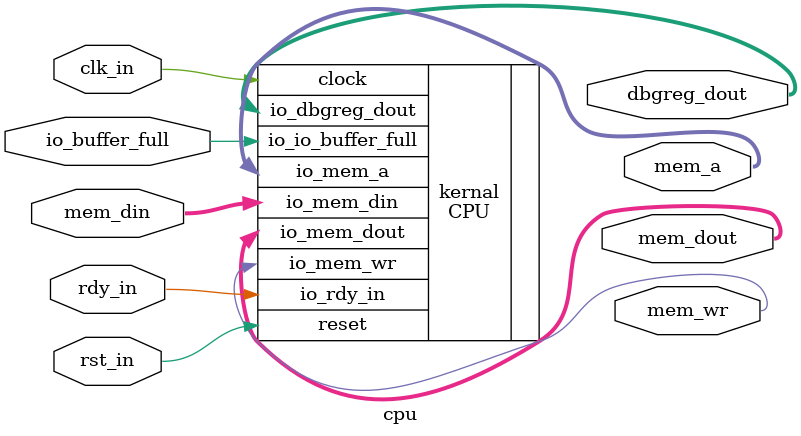
<source format=v>

module cpu(
  input  wire                 clk_in,			// system clock signal
  input  wire                 rst_in,			// reset signal
	input  wire					        rdy_in,			// ready signal, pause cpu when low

  input  wire [ 7:0]          mem_din,		// data input bus
  output wire [ 7:0]          mem_dout,		// data output bus
  output wire [31:0]          mem_a,			// address bus (only 17:0 is used)
  output wire                 mem_wr,			// write/read signal (1 for write)
	
	input  wire                 io_buffer_full, // 1 if uart buffer is full
	
	output wire [31:0]			dbgreg_dout		// cpu register output (debugging demo)
);

// implementation goes here

// Specifications:
// - Pause cpu(freeze pc, registers, etc.) when rdy_in is low
// - Memory read result will be returned in the next cycle. Write takes 1 cycle(no need to wait)
// - Memory is of size 128KB, with valid address ranging from 0x0 to 0x20000
// - I/O port is mapped to address higher than 0x30000 (mem_a[17:16]==2'b11)
// - 0x30000 read: read a byte from input
// - 0x30000 write: write a byte to output (write 0x00 is ignored)
// - 0x30004 read: read clocks passed since cpu starts (in dword, 4 bytes)
// - 0x30004 write: indicates program stop (will output '\0' through uart tx)

CPU kernal (
  .clock(clk_in),
  .reset(rst_in),
  .io_rdy_in(rdy_in),
  .io_mem_din(mem_din),
  .io_mem_dout(mem_dout),
  .io_mem_a(mem_a),
  .io_mem_wr(mem_wr),
  .io_io_buffer_full(io_buffer_full),
  .io_dbgreg_dout(dbgreg_dout)
);

endmodule
</source>
